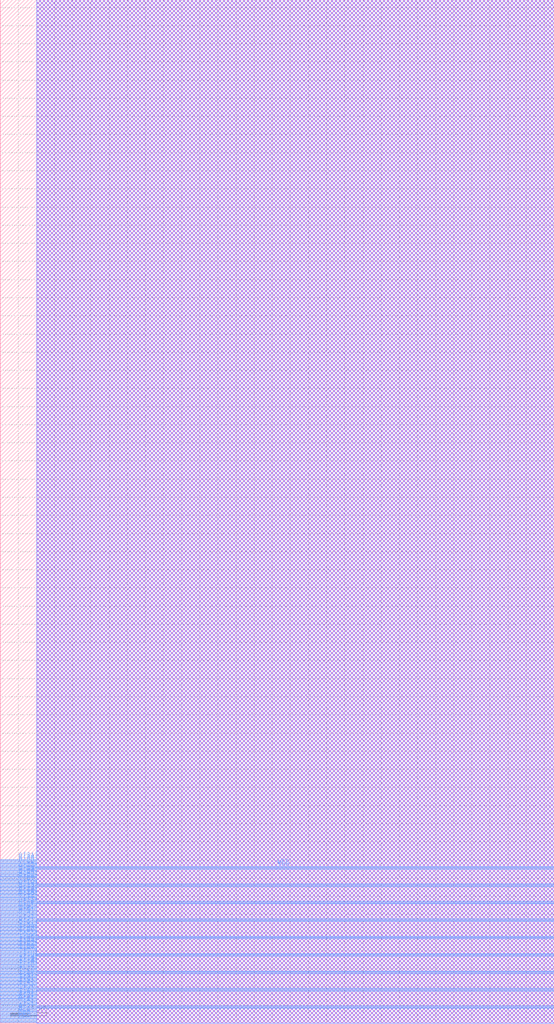
<source format=lef>
VERSION 5.6 ;
BUSBITCHARS "[]" ;
DIVIDERCHAR "/" ;

MACRO SRAM1RW256x32
  CLASS BLOCK ;
  ORIGIN 0 0 ;
  FOREIGN SRAM1RW256x32 0 0 ;
  SIZE 61.088 BY 112.832 ;
  SYMMETRY X Y ;
  SITE coreSite ;
  PIN VDD
    DIRECTION INOUT ;
    USE POWER ;
    PORT 
      LAYER M4 ;
        RECT 0.0 1.632 61.088 1.728 ;
        RECT 0.0 3.552 61.088 3.648 ;
        RECT 0.0 5.472 61.088 5.568 ;
        RECT 0.0 7.392 61.088 7.488 ;
        RECT 0.0 9.312 61.088 9.408 ;
        RECT 0.0 11.232 61.088 11.328 ;
        RECT 0.0 13.152 61.088 13.248 ;
        RECT 0.0 15.072 61.088 15.168 ;
        RECT 0.0 16.992 61.088 17.088 ;
    END 
  END VDD
  PIN VSS
    DIRECTION INOUT ;
    USE GROUND ;
    PORT 
      LAYER M4 ;
        RECT 0.0 1.824 61.088 1.92 ;
        RECT 0.0 3.744 61.088 3.84 ;
        RECT 0.0 5.664 61.088 5.76 ;
        RECT 0.0 7.584 61.088 7.68 ;
        RECT 0.0 9.504 61.088 9.6 ;
        RECT 0.0 11.424 61.088 11.52 ;
        RECT 0.0 13.344 61.088 13.44 ;
        RECT 0.0 15.264 61.088 15.36 ;
        RECT 0.0 17.184 61.088 17.28 ;
    END 
  END VSS
  PIN CE
    DIRECTION INPUT ;
    USE SIGNAL ;
    PORT 
      LAYER M4 ;
        RECT 0.0 0.096 4.0 0.192 ;
    END 
  END CE
  PIN WEB
    DIRECTION INPUT ;
    USE SIGNAL ;
    PORT 
      LAYER M4 ;
        RECT 0.0 0.288 4.0 0.384 ;
    END 
  END WEB
  PIN OEB
    DIRECTION INPUT ;
    USE SIGNAL ;
    PORT 
      LAYER M4 ;
        RECT 0.0 0.48 4.0 0.576 ;
    END 
  END OEB
  PIN CSB
    DIRECTION INPUT ;
    USE SIGNAL ;
    PORT 
      LAYER M4 ;
        RECT 0.0 0.672 4.0 0.768 ;
    END 
  END CSB
  PIN A[0]
    DIRECTION INPUT ;
    USE SIGNAL ;
    PORT 
      LAYER M4 ;
        RECT 0.0 0.864 4.0 0.96 ;
    END 
  END A[0]
  PIN A[1]
    DIRECTION INPUT ;
    USE SIGNAL ;
    PORT 
      LAYER M4 ;
        RECT 0.0 1.056 4.0 1.152 ;
    END 
  END A[1]
  PIN A[2]
    DIRECTION INPUT ;
    USE SIGNAL ;
    PORT 
      LAYER M4 ;
        RECT 0.0 1.248 4.0 1.344 ;
    END 
  END A[2]
  PIN A[3]
    DIRECTION INPUT ;
    USE SIGNAL ;
    PORT 
      LAYER M4 ;
        RECT 0.0 1.44 4.0 1.536 ;
    END 
  END A[3]
  PIN A[4]
    DIRECTION INPUT ;
    USE SIGNAL ;
    PORT 
      LAYER M4 ;
        RECT 0.0 2.016 4.0 2.112 ;
    END 
  END A[4]
  PIN A[5]
    DIRECTION INPUT ;
    USE SIGNAL ;
    PORT 
      LAYER M4 ;
        RECT 0.0 2.208 4.0 2.304 ;
    END 
  END A[5]
  PIN A[6]
    DIRECTION INPUT ;
    USE SIGNAL ;
    PORT 
      LAYER M4 ;
        RECT 0.0 2.4 4.0 2.496 ;
    END 
  END A[6]
  PIN A[7]
    DIRECTION INPUT ;
    USE SIGNAL ;
    PORT 
      LAYER M4 ;
        RECT 0.0 2.592 4.0 2.688 ;
    END 
  END A[7]
  PIN I[0]
    DIRECTION INPUT ;
    USE SIGNAL ;
    PORT 
      LAYER M4 ;
        RECT 0.0 2.784 4.0 2.88 ;
    END 
  END I[0]
  PIN I[1]
    DIRECTION INPUT ;
    USE SIGNAL ;
    PORT 
      LAYER M4 ;
        RECT 0.0 2.976 4.0 3.072 ;
    END 
  END I[1]
  PIN I[2]
    DIRECTION INPUT ;
    USE SIGNAL ;
    PORT 
      LAYER M4 ;
        RECT 0.0 3.168 4.0 3.264 ;
    END 
  END I[2]
  PIN I[3]
    DIRECTION INPUT ;
    USE SIGNAL ;
    PORT 
      LAYER M4 ;
        RECT 0.0 3.36 4.0 3.456 ;
    END 
  END I[3]
  PIN I[4]
    DIRECTION INPUT ;
    USE SIGNAL ;
    PORT 
      LAYER M4 ;
        RECT 0.0 3.936 4.0 4.032 ;
    END 
  END I[4]
  PIN I[5]
    DIRECTION INPUT ;
    USE SIGNAL ;
    PORT 
      LAYER M4 ;
        RECT 0.0 4.128 4.0 4.224 ;
    END 
  END I[5]
  PIN I[6]
    DIRECTION INPUT ;
    USE SIGNAL ;
    PORT 
      LAYER M4 ;
        RECT 0.0 4.32 4.0 4.416 ;
    END 
  END I[6]
  PIN I[7]
    DIRECTION INPUT ;
    USE SIGNAL ;
    PORT 
      LAYER M4 ;
        RECT 0.0 4.512 4.0 4.608 ;
    END 
  END I[7]
  PIN I[8]
    DIRECTION INPUT ;
    USE SIGNAL ;
    PORT 
      LAYER M4 ;
        RECT 0.0 4.704 4.0 4.8 ;
    END 
  END I[8]
  PIN I[9]
    DIRECTION INPUT ;
    USE SIGNAL ;
    PORT 
      LAYER M4 ;
        RECT 0.0 4.896 4.0 4.992 ;
    END 
  END I[9]
  PIN I[10]
    DIRECTION INPUT ;
    USE SIGNAL ;
    PORT 
      LAYER M4 ;
        RECT 0.0 5.088 4.0 5.184 ;
    END 
  END I[10]
  PIN I[11]
    DIRECTION INPUT ;
    USE SIGNAL ;
    PORT 
      LAYER M4 ;
        RECT 0.0 5.28 4.0 5.376 ;
    END 
  END I[11]
  PIN I[12]
    DIRECTION INPUT ;
    USE SIGNAL ;
    PORT 
      LAYER M4 ;
        RECT 0.0 5.856 4.0 5.952 ;
    END 
  END I[12]
  PIN I[13]
    DIRECTION INPUT ;
    USE SIGNAL ;
    PORT 
      LAYER M4 ;
        RECT 0.0 6.048 4.0 6.144 ;
    END 
  END I[13]
  PIN I[14]
    DIRECTION INPUT ;
    USE SIGNAL ;
    PORT 
      LAYER M4 ;
        RECT 0.0 6.24 4.0 6.336 ;
    END 
  END I[14]
  PIN I[15]
    DIRECTION INPUT ;
    USE SIGNAL ;
    PORT 
      LAYER M4 ;
        RECT 0.0 6.432 4.0 6.528 ;
    END 
  END I[15]
  PIN I[16]
    DIRECTION INPUT ;
    USE SIGNAL ;
    PORT 
      LAYER M4 ;
        RECT 0.0 6.624 4.0 6.72 ;
    END 
  END I[16]
  PIN I[17]
    DIRECTION INPUT ;
    USE SIGNAL ;
    PORT 
      LAYER M4 ;
        RECT 0.0 6.816 4.0 6.912 ;
    END 
  END I[17]
  PIN I[18]
    DIRECTION INPUT ;
    USE SIGNAL ;
    PORT 
      LAYER M4 ;
        RECT 0.0 7.008 4.0 7.104 ;
    END 
  END I[18]
  PIN I[19]
    DIRECTION INPUT ;
    USE SIGNAL ;
    PORT 
      LAYER M4 ;
        RECT 0.0 7.2 4.0 7.296 ;
    END 
  END I[19]
  PIN I[20]
    DIRECTION INPUT ;
    USE SIGNAL ;
    PORT 
      LAYER M4 ;
        RECT 0.0 7.776 4.0 7.872 ;
    END 
  END I[20]
  PIN I[21]
    DIRECTION INPUT ;
    USE SIGNAL ;
    PORT 
      LAYER M4 ;
        RECT 0.0 7.968 4.0 8.064 ;
    END 
  END I[21]
  PIN I[22]
    DIRECTION INPUT ;
    USE SIGNAL ;
    PORT 
      LAYER M4 ;
        RECT 0.0 8.16 4.0 8.256 ;
    END 
  END I[22]
  PIN I[23]
    DIRECTION INPUT ;
    USE SIGNAL ;
    PORT 
      LAYER M4 ;
        RECT 0.0 8.352 4.0 8.448 ;
    END 
  END I[23]
  PIN I[24]
    DIRECTION INPUT ;
    USE SIGNAL ;
    PORT 
      LAYER M4 ;
        RECT 0.0 8.544 4.0 8.64 ;
    END 
  END I[24]
  PIN I[25]
    DIRECTION INPUT ;
    USE SIGNAL ;
    PORT 
      LAYER M4 ;
        RECT 0.0 8.736 4.0 8.832 ;
    END 
  END I[25]
  PIN I[26]
    DIRECTION INPUT ;
    USE SIGNAL ;
    PORT 
      LAYER M4 ;
        RECT 0.0 8.928 4.0 9.024 ;
    END 
  END I[26]
  PIN I[27]
    DIRECTION INPUT ;
    USE SIGNAL ;
    PORT 
      LAYER M4 ;
        RECT 0.0 9.12 4.0 9.216 ;
    END 
  END I[27]
  PIN I[28]
    DIRECTION INPUT ;
    USE SIGNAL ;
    PORT 
      LAYER M4 ;
        RECT 0.0 9.696 4.0 9.792 ;
    END 
  END I[28]
  PIN I[29]
    DIRECTION INPUT ;
    USE SIGNAL ;
    PORT 
      LAYER M4 ;
        RECT 0.0 9.888 4.0 9.984 ;
    END 
  END I[29]
  PIN I[30]
    DIRECTION INPUT ;
    USE SIGNAL ;
    PORT 
      LAYER M4 ;
        RECT 0.0 10.08 4.0 10.176 ;
    END 
  END I[30]
  PIN I[31]
    DIRECTION INPUT ;
    USE SIGNAL ;
    PORT 
      LAYER M4 ;
        RECT 0.0 10.272 4.0 10.368 ;
    END 
  END I[31]
  PIN O[0]
    DIRECTION OUTPUT ;
    USE SIGNAL ;
    PORT 
      LAYER M4 ;
        RECT 0.0 10.464 4.0 10.56 ;
    END 
  END O[0]
  PIN O[1]
    DIRECTION OUTPUT ;
    USE SIGNAL ;
    PORT 
      LAYER M4 ;
        RECT 0.0 10.656 4.0 10.752 ;
    END 
  END O[1]
  PIN O[2]
    DIRECTION OUTPUT ;
    USE SIGNAL ;
    PORT 
      LAYER M4 ;
        RECT 0.0 10.848 4.0 10.944 ;
    END 
  END O[2]
  PIN O[3]
    DIRECTION OUTPUT ;
    USE SIGNAL ;
    PORT 
      LAYER M4 ;
        RECT 0.0 11.04 4.0 11.136 ;
    END 
  END O[3]
  PIN O[4]
    DIRECTION OUTPUT ;
    USE SIGNAL ;
    PORT 
      LAYER M4 ;
        RECT 0.0 11.616 4.0 11.712 ;
    END 
  END O[4]
  PIN O[5]
    DIRECTION OUTPUT ;
    USE SIGNAL ;
    PORT 
      LAYER M4 ;
        RECT 0.0 11.808 4.0 11.904 ;
    END 
  END O[5]
  PIN O[6]
    DIRECTION OUTPUT ;
    USE SIGNAL ;
    PORT 
      LAYER M4 ;
        RECT 0.0 12.0 4.0 12.096 ;
    END 
  END O[6]
  PIN O[7]
    DIRECTION OUTPUT ;
    USE SIGNAL ;
    PORT 
      LAYER M4 ;
        RECT 0.0 12.192 4.0 12.288 ;
    END 
  END O[7]
  PIN O[8]
    DIRECTION OUTPUT ;
    USE SIGNAL ;
    PORT 
      LAYER M4 ;
        RECT 0.0 12.384 4.0 12.48 ;
    END 
  END O[8]
  PIN O[9]
    DIRECTION OUTPUT ;
    USE SIGNAL ;
    PORT 
      LAYER M4 ;
        RECT 0.0 12.576 4.0 12.672 ;
    END 
  END O[9]
  PIN O[10]
    DIRECTION OUTPUT ;
    USE SIGNAL ;
    PORT 
      LAYER M4 ;
        RECT 0.0 12.768 4.0 12.864 ;
    END 
  END O[10]
  PIN O[11]
    DIRECTION OUTPUT ;
    USE SIGNAL ;
    PORT 
      LAYER M4 ;
        RECT 0.0 12.96 4.0 13.056 ;
    END 
  END O[11]
  PIN O[12]
    DIRECTION OUTPUT ;
    USE SIGNAL ;
    PORT 
      LAYER M4 ;
        RECT 0.0 13.536 4.0 13.632 ;
    END 
  END O[12]
  PIN O[13]
    DIRECTION OUTPUT ;
    USE SIGNAL ;
    PORT 
      LAYER M4 ;
        RECT 0.0 13.728 4.0 13.824 ;
    END 
  END O[13]
  PIN O[14]
    DIRECTION OUTPUT ;
    USE SIGNAL ;
    PORT 
      LAYER M4 ;
        RECT 0.0 13.92 4.0 14.016 ;
    END 
  END O[14]
  PIN O[15]
    DIRECTION OUTPUT ;
    USE SIGNAL ;
    PORT 
      LAYER M4 ;
        RECT 0.0 14.112 4.0 14.208 ;
    END 
  END O[15]
  PIN O[16]
    DIRECTION OUTPUT ;
    USE SIGNAL ;
    PORT 
      LAYER M4 ;
        RECT 0.0 14.304 4.0 14.4 ;
    END 
  END O[16]
  PIN O[17]
    DIRECTION OUTPUT ;
    USE SIGNAL ;
    PORT 
      LAYER M4 ;
        RECT 0.0 14.496 4.0 14.592 ;
    END 
  END O[17]
  PIN O[18]
    DIRECTION OUTPUT ;
    USE SIGNAL ;
    PORT 
      LAYER M4 ;
        RECT 0.0 14.688 4.0 14.784 ;
    END 
  END O[18]
  PIN O[19]
    DIRECTION OUTPUT ;
    USE SIGNAL ;
    PORT 
      LAYER M4 ;
        RECT 0.0 14.88 4.0 14.976 ;
    END 
  END O[19]
  PIN O[20]
    DIRECTION OUTPUT ;
    USE SIGNAL ;
    PORT 
      LAYER M4 ;
        RECT 0.0 15.456 4.0 15.552 ;
    END 
  END O[20]
  PIN O[21]
    DIRECTION OUTPUT ;
    USE SIGNAL ;
    PORT 
      LAYER M4 ;
        RECT 0.0 15.648 4.0 15.744 ;
    END 
  END O[21]
  PIN O[22]
    DIRECTION OUTPUT ;
    USE SIGNAL ;
    PORT 
      LAYER M4 ;
        RECT 0.0 15.84 4.0 15.936 ;
    END 
  END O[22]
  PIN O[23]
    DIRECTION OUTPUT ;
    USE SIGNAL ;
    PORT 
      LAYER M4 ;
        RECT 0.0 16.032 4.0 16.128 ;
    END 
  END O[23]
  PIN O[24]
    DIRECTION OUTPUT ;
    USE SIGNAL ;
    PORT 
      LAYER M4 ;
        RECT 0.0 16.224 4.0 16.32 ;
    END 
  END O[24]
  PIN O[25]
    DIRECTION OUTPUT ;
    USE SIGNAL ;
    PORT 
      LAYER M4 ;
        RECT 0.0 16.416 4.0 16.512 ;
    END 
  END O[25]
  PIN O[26]
    DIRECTION OUTPUT ;
    USE SIGNAL ;
    PORT 
      LAYER M4 ;
        RECT 0.0 16.608 4.0 16.704 ;
    END 
  END O[26]
  PIN O[27]
    DIRECTION OUTPUT ;
    USE SIGNAL ;
    PORT 
      LAYER M4 ;
        RECT 0.0 16.8 4.0 16.896 ;
    END 
  END O[27]
  PIN O[28]
    DIRECTION OUTPUT ;
    USE SIGNAL ;
    PORT 
      LAYER M4 ;
        RECT 0.0 17.376 4.0 17.472 ;
    END 
  END O[28]
  PIN O[29]
    DIRECTION OUTPUT ;
    USE SIGNAL ;
    PORT 
      LAYER M4 ;
        RECT 0.0 17.568 4.0 17.664 ;
    END 
  END O[29]
  PIN O[30]
    DIRECTION OUTPUT ;
    USE SIGNAL ;
    PORT 
      LAYER M4 ;
        RECT 0.0 17.76 4.0 17.856 ;
    END 
  END O[30]
  PIN O[31]
    DIRECTION OUTPUT ;
    USE SIGNAL ;
    PORT 
      LAYER M4 ;
        RECT 0.0 17.952 4.0 18.048 ;
    END 
  END O[31]
  OBS 
    LAYER M1 ;
      RECT 4.0 0.0 61.088 112.832 ;
    LAYER M2 ;
      RECT 4.0 0.0 61.088 112.832 ;
    LAYER M3 ;
      RECT 4.0 0.0 61.088 112.832 ;
  END 
END SRAM1RW256x32

END LIBRARY
</source>
